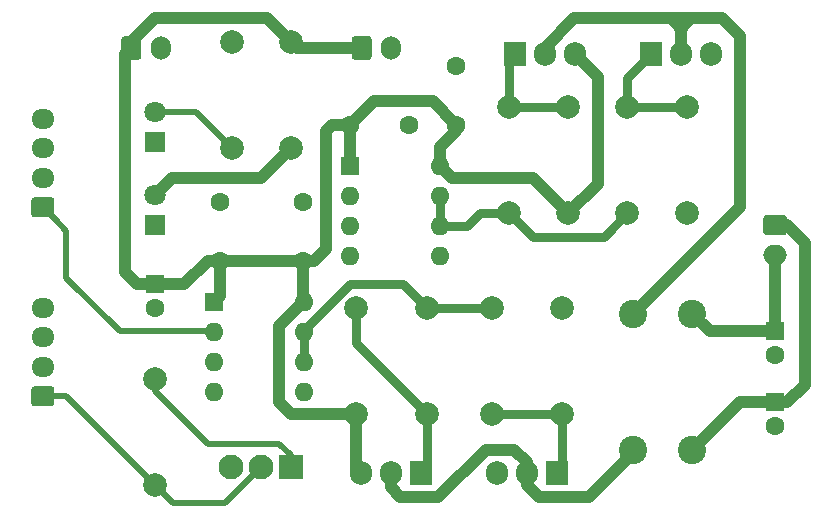
<source format=gbr>
G04 #@! TF.GenerationSoftware,KiCad,Pcbnew,(5.1.7)-1*
G04 #@! TF.CreationDate,2020-12-10T19:47:03+02:00*
G04 #@! TF.ProjectId,peltier,70656c74-6965-4722-9e6b-696361645f70,rev?*
G04 #@! TF.SameCoordinates,Original*
G04 #@! TF.FileFunction,Copper,L1,Top*
G04 #@! TF.FilePolarity,Positive*
%FSLAX46Y46*%
G04 Gerber Fmt 4.6, Leading zero omitted, Abs format (unit mm)*
G04 Created by KiCad (PCBNEW (5.1.7)-1) date 2020-12-10 19:47:03*
%MOMM*%
%LPD*%
G01*
G04 APERTURE LIST*
G04 #@! TA.AperFunction,ComponentPad*
%ADD10O,1.700000X2.000000*%
G04 #@! TD*
G04 #@! TA.AperFunction,ComponentPad*
%ADD11C,2.100000*%
G04 #@! TD*
G04 #@! TA.AperFunction,ComponentPad*
%ADD12R,2.100000X2.100000*%
G04 #@! TD*
G04 #@! TA.AperFunction,ComponentPad*
%ADD13O,1.600000X1.600000*%
G04 #@! TD*
G04 #@! TA.AperFunction,ComponentPad*
%ADD14R,1.600000X1.600000*%
G04 #@! TD*
G04 #@! TA.AperFunction,ComponentPad*
%ADD15C,2.000000*%
G04 #@! TD*
G04 #@! TA.AperFunction,ComponentPad*
%ADD16O,1.905000X2.000000*%
G04 #@! TD*
G04 #@! TA.AperFunction,ComponentPad*
%ADD17R,1.905000X2.000000*%
G04 #@! TD*
G04 #@! TA.AperFunction,ComponentPad*
%ADD18C,2.400000*%
G04 #@! TD*
G04 #@! TA.AperFunction,ComponentPad*
%ADD19O,2.000000X1.700000*%
G04 #@! TD*
G04 #@! TA.AperFunction,ComponentPad*
%ADD20O,1.950000X1.700000*%
G04 #@! TD*
G04 #@! TA.AperFunction,ComponentPad*
%ADD21C,1.800000*%
G04 #@! TD*
G04 #@! TA.AperFunction,ComponentPad*
%ADD22R,1.800000X1.800000*%
G04 #@! TD*
G04 #@! TA.AperFunction,ComponentPad*
%ADD23C,1.600000*%
G04 #@! TD*
G04 #@! TA.AperFunction,Conductor*
%ADD24C,0.750000*%
G04 #@! TD*
G04 #@! TA.AperFunction,Conductor*
%ADD25C,0.500000*%
G04 #@! TD*
G04 #@! TA.AperFunction,Conductor*
%ADD26C,1.000000*%
G04 #@! TD*
G04 APERTURE END LIST*
D10*
X158000000Y-75500000D03*
G04 #@! TA.AperFunction,ComponentPad*
G36*
G01*
X154650000Y-76250000D02*
X154650000Y-74750000D01*
G75*
G02*
X154900000Y-74500000I250000J0D01*
G01*
X156100000Y-74500000D01*
G75*
G02*
X156350000Y-74750000I0J-250000D01*
G01*
X156350000Y-76250000D01*
G75*
G02*
X156100000Y-76500000I-250000J0D01*
G01*
X154900000Y-76500000D01*
G75*
G02*
X154650000Y-76250000I0J250000D01*
G01*
G37*
G04 #@! TD.AperFunction*
D11*
X144420000Y-111000000D03*
X146960000Y-111000000D03*
D12*
X149500000Y-111000000D03*
D13*
X162120000Y-85500000D03*
X154500000Y-93120000D03*
X162120000Y-88040000D03*
X154500000Y-90580000D03*
X162120000Y-90580000D03*
X154500000Y-88040000D03*
X162120000Y-93120000D03*
D14*
X154500000Y-85500000D03*
D13*
X150620000Y-97000000D03*
X143000000Y-104620000D03*
X150620000Y-99540000D03*
X143000000Y-102080000D03*
X150620000Y-102080000D03*
X143000000Y-99540000D03*
X150620000Y-104620000D03*
D14*
X143000000Y-97000000D03*
D15*
X149500000Y-75000000D03*
X149500000Y-84000000D03*
X144500000Y-84000000D03*
X144500000Y-75000000D03*
X183000000Y-80500000D03*
X183000000Y-89500000D03*
X172500000Y-106500000D03*
X172500000Y-97500000D03*
X178000000Y-80500000D03*
X178000000Y-89500000D03*
X138000000Y-103500000D03*
X138000000Y-112500000D03*
X166500000Y-106500000D03*
X166500000Y-97500000D03*
X168000000Y-80500000D03*
X168000000Y-89500000D03*
X161000000Y-106500000D03*
X161000000Y-97500000D03*
X173000000Y-89500000D03*
X173000000Y-80500000D03*
X155000000Y-106500000D03*
X155000000Y-97500000D03*
D16*
X185080000Y-76000000D03*
X182540000Y-76000000D03*
D17*
X180000000Y-76000000D03*
D16*
X166920000Y-111500000D03*
X169460000Y-111500000D03*
D17*
X172000000Y-111500000D03*
D16*
X173580000Y-76000000D03*
X171040000Y-76000000D03*
D17*
X168500000Y-76000000D03*
D16*
X155420000Y-111500000D03*
X157960000Y-111500000D03*
D17*
X160500000Y-111500000D03*
D18*
X183500000Y-98000000D03*
X178500000Y-98000000D03*
X183500000Y-109500000D03*
X178500000Y-109500000D03*
D19*
X190500000Y-93000000D03*
G04 #@! TA.AperFunction,ComponentPad*
G36*
G01*
X189750000Y-89650000D02*
X191250000Y-89650000D01*
G75*
G02*
X191500000Y-89900000I0J-250000D01*
G01*
X191500000Y-91100000D01*
G75*
G02*
X191250000Y-91350000I-250000J0D01*
G01*
X189750000Y-91350000D01*
G75*
G02*
X189500000Y-91100000I0J250000D01*
G01*
X189500000Y-89900000D01*
G75*
G02*
X189750000Y-89650000I250000J0D01*
G01*
G37*
G04 #@! TD.AperFunction*
D20*
X128500000Y-97500000D03*
X128500000Y-100000000D03*
X128500000Y-102500000D03*
G04 #@! TA.AperFunction,ComponentPad*
G36*
G01*
X129225000Y-105850000D02*
X127775000Y-105850000D01*
G75*
G02*
X127525000Y-105600000I0J250000D01*
G01*
X127525000Y-104400000D01*
G75*
G02*
X127775000Y-104150000I250000J0D01*
G01*
X129225000Y-104150000D01*
G75*
G02*
X129475000Y-104400000I0J-250000D01*
G01*
X129475000Y-105600000D01*
G75*
G02*
X129225000Y-105850000I-250000J0D01*
G01*
G37*
G04 #@! TD.AperFunction*
X128500000Y-81500000D03*
X128500000Y-84000000D03*
X128500000Y-86500000D03*
G04 #@! TA.AperFunction,ComponentPad*
G36*
G01*
X129225000Y-89850000D02*
X127775000Y-89850000D01*
G75*
G02*
X127525000Y-89600000I0J250000D01*
G01*
X127525000Y-88400000D01*
G75*
G02*
X127775000Y-88150000I250000J0D01*
G01*
X129225000Y-88150000D01*
G75*
G02*
X129475000Y-88400000I0J-250000D01*
G01*
X129475000Y-89600000D01*
G75*
G02*
X129225000Y-89850000I-250000J0D01*
G01*
G37*
G04 #@! TD.AperFunction*
D10*
X138500000Y-75500000D03*
G04 #@! TA.AperFunction,ComponentPad*
G36*
G01*
X135150000Y-76250000D02*
X135150000Y-74750000D01*
G75*
G02*
X135400000Y-74500000I250000J0D01*
G01*
X136600000Y-74500000D01*
G75*
G02*
X136850000Y-74750000I0J-250000D01*
G01*
X136850000Y-76250000D01*
G75*
G02*
X136600000Y-76500000I-250000J0D01*
G01*
X135400000Y-76500000D01*
G75*
G02*
X135150000Y-76250000I0J250000D01*
G01*
G37*
G04 #@! TD.AperFunction*
D21*
X138000000Y-87960000D03*
D22*
X138000000Y-90500000D03*
D21*
X138000000Y-80960000D03*
D22*
X138000000Y-83500000D03*
D23*
X159500000Y-82000000D03*
X154500000Y-82000000D03*
X150500000Y-88500000D03*
X150500000Y-93500000D03*
X190500000Y-101500000D03*
D14*
X190500000Y-99500000D03*
D23*
X190500000Y-107500000D03*
D14*
X190500000Y-105500000D03*
D23*
X163500000Y-77000000D03*
X163500000Y-82000000D03*
X143500000Y-88500000D03*
X143500000Y-93500000D03*
D14*
X138000000Y-95500000D03*
D23*
X138000000Y-97500000D03*
D24*
X182460000Y-74040000D02*
X183500000Y-73000000D01*
D25*
X144420000Y-110920000D02*
X144420000Y-111000000D01*
D26*
X143500000Y-96500000D02*
X143000000Y-97000000D01*
X143500000Y-93500000D02*
X143500000Y-96500000D01*
X143500000Y-93500000D02*
X150500000Y-93500000D01*
X150500000Y-96880000D02*
X150620000Y-97000000D01*
X150500000Y-93500000D02*
X150500000Y-96880000D01*
X155000000Y-111080000D02*
X155420000Y-111500000D01*
X155000000Y-106500000D02*
X155000000Y-111080000D01*
X149500000Y-106500000D02*
X155000000Y-106500000D01*
X148500000Y-105500000D02*
X149500000Y-106500000D01*
X148500000Y-99000000D02*
X148500000Y-105500000D01*
X150620000Y-97000000D02*
X150500000Y-97000000D01*
X150500000Y-97000000D02*
X148500000Y-99000000D01*
X142475000Y-93500000D02*
X143500000Y-93500000D01*
X140475000Y-95500000D02*
X142475000Y-93500000D01*
X135500000Y-94500000D02*
X136500000Y-95500000D01*
X135500000Y-76000000D02*
X135500000Y-94500000D01*
X136500000Y-95500000D02*
X140475000Y-95500000D01*
X136000000Y-75500000D02*
X135500000Y-76000000D01*
X136000000Y-75000000D02*
X136000000Y-75500000D01*
X138000000Y-73000000D02*
X136000000Y-75000000D01*
X147500000Y-73000000D02*
X138000000Y-73000000D01*
X149500000Y-75000000D02*
X147500000Y-73000000D01*
X154500000Y-82000000D02*
X154500000Y-85500000D01*
X153000000Y-82000000D02*
X154500000Y-82000000D01*
X152500000Y-92500000D02*
X152500000Y-82500000D01*
X152500000Y-82500000D02*
X153000000Y-82000000D01*
X151500000Y-93500000D02*
X152500000Y-92500000D01*
X150500000Y-93500000D02*
X151500000Y-93500000D01*
X150000000Y-75500000D02*
X149500000Y-75000000D01*
X155500000Y-75500000D02*
X150000000Y-75500000D01*
X163500000Y-82500000D02*
X163500000Y-82000000D01*
X162120000Y-83880000D02*
X163500000Y-82500000D01*
X162120000Y-85500000D02*
X162120000Y-83880000D01*
X170000000Y-86500000D02*
X173000000Y-89500000D01*
X163120000Y-86500000D02*
X170000000Y-86500000D01*
X162120000Y-85500000D02*
X163120000Y-86500000D01*
X156500000Y-80000000D02*
X154500000Y-82000000D01*
X161500000Y-80000000D02*
X156500000Y-80000000D01*
X163500000Y-82000000D02*
X161500000Y-80000000D01*
X175500000Y-77920000D02*
X173580000Y-76000000D01*
X175500000Y-87000000D02*
X175500000Y-77920000D01*
X173000000Y-89500000D02*
X175500000Y-87000000D01*
X187500000Y-105500000D02*
X190500000Y-105500000D01*
X183500000Y-109500000D02*
X187500000Y-105500000D01*
X191500000Y-90500000D02*
X190500000Y-90500000D01*
X193000000Y-92000000D02*
X191500000Y-90500000D01*
X193000000Y-104050000D02*
X193000000Y-92000000D01*
X190500000Y-105500000D02*
X191550000Y-105500000D01*
X191550000Y-105500000D02*
X193000000Y-104050000D01*
X190500000Y-99500000D02*
X190500000Y-93000000D01*
X185000000Y-99500000D02*
X190500000Y-99500000D01*
X183500000Y-98000000D02*
X185000000Y-99500000D01*
D25*
X141460000Y-80960000D02*
X144500000Y-84000000D01*
X138000000Y-80960000D02*
X141460000Y-80960000D01*
D26*
X139460000Y-86500000D02*
X138000000Y-87960000D01*
X147000000Y-86500000D02*
X139460000Y-86500000D01*
X149500000Y-84000000D02*
X147000000Y-86500000D01*
D25*
X129500000Y-90000000D02*
X128500000Y-89000000D01*
X130500000Y-91000000D02*
X129500000Y-90000000D01*
X130500000Y-95000000D02*
X130500000Y-91000000D01*
X135000000Y-99500000D02*
X130500000Y-95000000D01*
X142960000Y-99500000D02*
X135000000Y-99500000D01*
X143000000Y-99540000D02*
X142960000Y-99500000D01*
X138000000Y-103500000D02*
X138000000Y-104500000D01*
X138000000Y-104500000D02*
X142500000Y-109000000D01*
X149500000Y-110000000D02*
X149500000Y-111000000D01*
X148500000Y-109000000D02*
X149500000Y-110000000D01*
X142500000Y-109000000D02*
X148500000Y-109000000D01*
D26*
X178500000Y-109750000D02*
X178500000Y-109500000D01*
X174750000Y-113500000D02*
X178500000Y-109750000D01*
X170500000Y-113500000D02*
X174750000Y-113500000D01*
X169460000Y-111500000D02*
X169460000Y-112460000D01*
X169460000Y-112460000D02*
X170500000Y-113500000D01*
X168402251Y-109500000D02*
X169460000Y-110557749D01*
X169460000Y-110557749D02*
X169460000Y-111500000D01*
X157960000Y-111500000D02*
X157960000Y-112710000D01*
X158750000Y-113500000D02*
X162000000Y-113500000D01*
X157960000Y-112710000D02*
X158750000Y-113500000D01*
X162000000Y-113500000D02*
X166000000Y-109500000D01*
X166000000Y-109500000D02*
X168402251Y-109500000D01*
D24*
X182540000Y-74040000D02*
X181500000Y-73000000D01*
D26*
X182540000Y-76000000D02*
X182540000Y-74040000D01*
X171040000Y-75460000D02*
X171040000Y-76000000D01*
X173500000Y-73000000D02*
X171040000Y-75460000D01*
X186000000Y-73000000D02*
X173500000Y-73000000D01*
X187500000Y-74500000D02*
X186000000Y-73000000D01*
X187500000Y-89000000D02*
X187500000Y-74500000D01*
X178500000Y-98000000D02*
X187500000Y-89000000D01*
D24*
X155000000Y-100500000D02*
X161000000Y-106500000D01*
X155000000Y-97500000D02*
X155000000Y-100500000D01*
X161000000Y-111000000D02*
X160500000Y-111500000D01*
X161000000Y-106500000D02*
X161000000Y-111000000D01*
X173000000Y-80500000D02*
X168000000Y-80500000D01*
X168000000Y-76500000D02*
X168500000Y-76000000D01*
X168000000Y-80500000D02*
X168000000Y-76500000D01*
X166500000Y-106500000D02*
X172500000Y-106500000D01*
X172500000Y-111000000D02*
X172000000Y-111500000D01*
X172500000Y-106500000D02*
X172500000Y-111000000D01*
X183000000Y-80500000D02*
X178000000Y-80500000D01*
X178000000Y-78000000D02*
X178000000Y-80500000D01*
X180000000Y-76000000D02*
X178000000Y-78000000D01*
X150620000Y-102080000D02*
X150620000Y-99540000D01*
X159000000Y-95500000D02*
X161000000Y-97500000D01*
X154500000Y-95500000D02*
X159000000Y-95500000D01*
X150620000Y-99540000D02*
X150620000Y-99380000D01*
X150620000Y-99380000D02*
X154500000Y-95500000D01*
X161000000Y-97500000D02*
X166500000Y-97500000D01*
X162120000Y-90580000D02*
X162120000Y-88040000D01*
X176000000Y-91500000D02*
X178000000Y-89500000D01*
X170000000Y-91500000D02*
X176000000Y-91500000D01*
X168000000Y-89500000D02*
X170000000Y-91500000D01*
X165500000Y-89500000D02*
X168000000Y-89500000D01*
X164420000Y-90580000D02*
X165500000Y-89500000D01*
X162120000Y-90580000D02*
X164420000Y-90580000D01*
D25*
X138000000Y-112500000D02*
X139500000Y-114000000D01*
X143960000Y-114000000D02*
X146960000Y-111000000D01*
X139500000Y-114000000D02*
X143960000Y-114000000D01*
X130500000Y-105000000D02*
X138000000Y-112500000D01*
X128500000Y-105000000D02*
X130500000Y-105000000D01*
M02*

</source>
